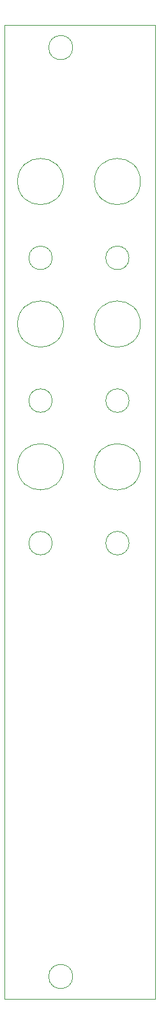
<source format=gm1>
G04 #@! TF.GenerationSoftware,KiCad,Pcbnew,(6.0.0)*
G04 #@! TF.CreationDate,2022-06-27T11:42:50-07:00*
G04 #@! TF.ProjectId,sen-fp,73656e2d-6670-42e6-9b69-6361645f7063,rev?*
G04 #@! TF.SameCoordinates,Original*
G04 #@! TF.FileFunction,Profile,NP*
%FSLAX46Y46*%
G04 Gerber Fmt 4.6, Leading zero omitted, Abs format (unit mm)*
G04 Created by KiCad (PCBNEW (6.0.0)) date 2022-06-27 11:42:50*
%MOMM*%
%LPD*%
G01*
G04 APERTURE LIST*
G04 #@! TA.AperFunction,Profile*
%ADD10C,0.100000*%
G04 #@! TD*
G04 APERTURE END LIST*
D10*
X138749000Y-93868000D02*
G75*
G03*
X138749000Y-93868000I-3050000J0D01*
G01*
X148939000Y-75042000D02*
G75*
G03*
X148939000Y-75042000I-3050000J0D01*
G01*
X147439000Y-85140000D02*
G75*
G03*
X147439000Y-85140000I-1550000J0D01*
G01*
X148939000Y-93868000D02*
G75*
G03*
X148939000Y-93868000I-3050000J0D01*
G01*
X137249000Y-66314000D02*
G75*
G03*
X137249000Y-66314000I-1550000J0D01*
G01*
X137249000Y-103936000D02*
G75*
G03*
X137249000Y-103936000I-1550000J0D01*
G01*
X130876000Y-35584000D02*
X150876000Y-35584000D01*
X150876000Y-35584000D02*
X150876000Y-164084000D01*
X150876000Y-164084000D02*
X130876000Y-164084000D01*
X130876000Y-164084000D02*
X130876000Y-35584000D01*
X138749000Y-75042000D02*
G75*
G03*
X138749000Y-75042000I-3050000J0D01*
G01*
X138749000Y-56246000D02*
G75*
G03*
X138749000Y-56246000I-3050000J0D01*
G01*
X139976000Y-161084000D02*
G75*
G03*
X139976000Y-161084000I-1600000J0D01*
G01*
X148939000Y-56246000D02*
G75*
G03*
X148939000Y-56246000I-3050000J0D01*
G01*
X137249000Y-85140000D02*
G75*
G03*
X137249000Y-85140000I-1550000J0D01*
G01*
X139976000Y-38584000D02*
G75*
G03*
X139976000Y-38584000I-1600000J0D01*
G01*
X147439000Y-66314000D02*
G75*
G03*
X147439000Y-66314000I-1550000J0D01*
G01*
X147439000Y-103936000D02*
G75*
G03*
X147439000Y-103936000I-1550000J0D01*
G01*
M02*

</source>
